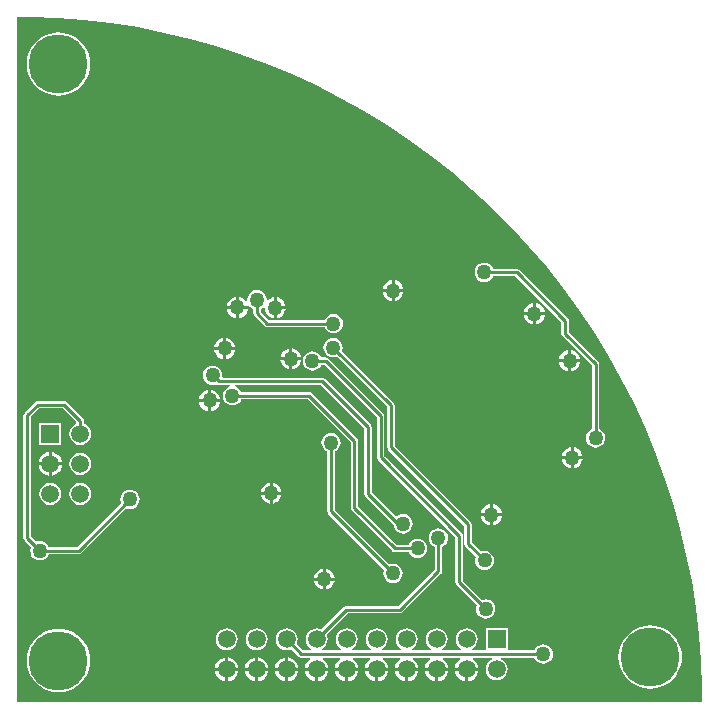
<source format=gbl>
%FSLAX24Y24*%
%MOIN*%
%SFA1B1*%

%IPPOS*%
%ADD20C,0.010000*%
%ADD22C,0.059100*%
%ADD23R,0.059100X0.059100*%
%ADD24R,0.059100X0.059100*%
%ADD25C,0.196900*%
%ADD26C,0.050000*%
%LNapdet-1*%
%LPD*%
G36*
X1345Y22799D02*
X2239Y22729D01*
X3129Y22624*
X4015Y22483*
X4895Y22308*
X5767Y22099*
X6630Y21856*
X7483Y21578*
X8324Y21268*
X9153Y20925*
X9967Y20549*
X10766Y20142*
X11549Y19704*
X12313Y19235*
X13059Y18737*
X13785Y18210*
X14489Y17655*
X15171Y17072*
X15829Y16464*
X16464Y15829*
X17072Y15171*
X17655Y14489*
X18210Y13785*
X18737Y13059*
X19235Y12313*
X19704Y11549*
X20142Y10766*
X20549Y9967*
X20925Y9153*
X21268Y8324*
X21578Y7483*
X21856Y6630*
X22099Y5767*
X22308Y4895*
X22483Y4015*
X22624Y3129*
X22729Y2239*
X22799Y1345*
X22835Y448*
Y0*
X0*
Y22835*
X448*
X1345Y22799*
G37*
%LNapdet-2*%
%LPC*%
G36*
X9843Y11681D02*
X9759Y11670D01*
X9681Y11638*
X9614Y11586*
X9563Y11520*
X9531Y11442*
X9520Y11358*
X9531Y11275*
X9563Y11197*
X9614Y11130*
X9681Y11079*
X9759Y11047*
X9843Y11036*
X9926Y11047*
X10004Y11079*
X10071Y11130*
X10122Y11197*
X10138Y11236*
X10245*
X11994Y9487*
Y8159*
X12003Y8113*
X12030Y8073*
X14612Y5491*
Y3986*
X14621Y3939*
X14648Y3900*
X15324Y3223*
X15308Y3184*
X15297Y3100*
X15308Y3017*
X15341Y2939*
X15392Y2872*
X15459Y2821*
X15537Y2789*
X15620Y2778*
X15704Y2789*
X15781Y2821*
X15848Y2872*
X15900Y2939*
X15932Y3017*
X15943Y3100*
X15932Y3184*
X15900Y3262*
X15848Y3329*
X15781Y3380*
X15704Y3412*
X15620Y3423*
X15537Y3412*
X15498Y3396*
X14857Y4037*
Y5541*
X14847Y5588*
X14821Y5628*
X12238Y8210*
Y9537*
X12229Y9584*
X12203Y9624*
X10382Y11445*
X10342Y11471*
X10295Y11481*
X10138*
X10122Y11520*
X10071Y11586*
X10004Y11638*
X9926Y11670*
X9843Y11681*
G37*
G36*
X14035Y5785D02*
X13952Y5774D01*
X13874Y5742*
X13807Y5691*
X13756Y5624*
X13724Y5546*
X13713Y5463*
X13724Y5379*
X13756Y5301*
X13807Y5234*
X13874Y5183*
X13913Y5167*
Y4401*
X12705Y3193*
X10969*
X10922Y3184*
X10882Y3157*
X10141Y2417*
X10080Y2442*
X9984Y2455*
X9889Y2442*
X9800Y2406*
X9724Y2347*
X9665Y2271*
X9628Y2182*
X9616Y2087*
X9628Y1991*
X9665Y1902*
X9724Y1826*
X9800Y1768*
X9802Y1767*
X9792Y1717*
X9527*
X9315Y1929*
X9340Y1991*
X9353Y2087*
X9340Y2182*
X9303Y2271*
X9245Y2347*
X9168Y2406*
X9080Y2442*
X8984Y2455*
X8889Y2442*
X8800Y2406*
X8724Y2347*
X8665Y2271*
X8628Y2182*
X8616Y2087*
X8628Y1991*
X8665Y1902*
X8724Y1826*
X8800Y1768*
X8889Y1731*
X8984Y1718*
X9080Y1731*
X9141Y1756*
X9390Y1508*
X9430Y1481*
X9476Y1472*
X9757*
X9772Y1422*
X9702Y1369*
X9639Y1286*
X9599Y1190*
X9592Y1137*
X9984*
X10376*
X10369Y1190*
X10330Y1286*
X10266Y1369*
X10196Y1422*
X10212Y1472*
X10757*
X10772Y1422*
X10702Y1369*
X10639Y1286*
X10599Y1190*
X10592Y1137*
X10984*
X11376*
X11369Y1190*
X11330Y1286*
X11266Y1369*
X11196Y1422*
X11212Y1472*
X11757*
X11772Y1422*
X11702Y1369*
X11639Y1286*
X11599Y1190*
X11592Y1137*
X11984*
X12376*
X12369Y1190*
X12330Y1286*
X12266Y1369*
X12196Y1422*
X12212Y1472*
X12757*
X12772Y1422*
X12702Y1369*
X12639Y1286*
X12599Y1190*
X12592Y1137*
X12984*
X13376*
X13369Y1190*
X13330Y1286*
X13266Y1369*
X13196Y1422*
X13212Y1472*
X13757*
X13772Y1422*
X13702Y1369*
X13639Y1286*
X13599Y1190*
X13592Y1137*
X13984*
Y1087*
Y1137*
X14376*
X14369Y1190*
X14330Y1286*
X14266Y1369*
X14196Y1422*
X14212Y1472*
X14757*
X14772Y1422*
X14702Y1369*
X14639Y1286*
X14599Y1190*
X14592Y1137*
X14984*
Y1087*
Y1137*
X15376*
X15369Y1190*
X15330Y1286*
X15266Y1369*
X15196Y1422*
X15212Y1472*
X15830*
X15840Y1422*
X15800Y1406*
X15724Y1347*
X15665Y1271*
X15628Y1182*
X15616Y1087*
X15628Y991*
X15665Y902*
X15724Y826*
X15800Y768*
X15889Y731*
X15984Y718*
X16080Y731*
X16168Y768*
X16245Y826*
X16303Y902*
X16340Y991*
X16353Y1087*
X16340Y1182*
X16303Y1271*
X16245Y1347*
X16168Y1406*
X16129Y1422*
X16139Y1472*
X17244*
X17260Y1433*
X17311Y1366*
X17378Y1315*
X17456Y1283*
X17539Y1272*
X17623Y1283*
X17701Y1315*
X17768Y1366*
X17819Y1433*
X17851Y1511*
X17862Y1594*
X17851Y1678*
X17819Y1756*
X17768Y1823*
X17701Y1874*
X17623Y1906*
X17539Y1917*
X17456Y1906*
X17378Y1874*
X17311Y1823*
X17260Y1756*
X17244Y1717*
X16398*
X16350Y1721*
Y1767*
Y2452*
X15619*
Y1721*
X15571Y1717*
X15177*
X15167Y1767*
X15168Y1768*
X15245Y1826*
X15303Y1902*
X15340Y1991*
X15353Y2087*
X15340Y2182*
X15303Y2271*
X15245Y2347*
X15168Y2406*
X15080Y2442*
X14984Y2455*
X14889Y2442*
X14800Y2406*
X14724Y2347*
X14665Y2271*
X14628Y2182*
X14616Y2087*
X14628Y1991*
X14665Y1902*
X14724Y1826*
X14800Y1768*
X14802Y1767*
X14792Y1717*
X14177*
X14167Y1767*
X14168Y1768*
X14245Y1826*
X14303Y1902*
X14340Y1991*
X14353Y2087*
X14340Y2182*
X14303Y2271*
X14245Y2347*
X14168Y2406*
X14080Y2442*
X13984Y2455*
X13889Y2442*
X13800Y2406*
X13724Y2347*
X13665Y2271*
X13628Y2182*
X13616Y2087*
X13628Y1991*
X13665Y1902*
X13724Y1826*
X13800Y1768*
X13802Y1767*
X13792Y1717*
X13177*
X13167Y1767*
X13168Y1768*
X13245Y1826*
X13303Y1902*
X13340Y1991*
X13353Y2087*
X13340Y2182*
X13303Y2271*
X13245Y2347*
X13168Y2406*
X13080Y2442*
X12984Y2455*
X12889Y2442*
X12800Y2406*
X12724Y2347*
X12665Y2271*
X12628Y2182*
X12616Y2087*
X12628Y1991*
X12665Y1902*
X12724Y1826*
X12800Y1768*
X12802Y1767*
X12792Y1717*
X12177*
X12167Y1767*
X12168Y1768*
X12245Y1826*
X12303Y1902*
X12340Y1991*
X12353Y2087*
X12340Y2182*
X12303Y2271*
X12245Y2347*
X12168Y2406*
X12080Y2442*
X11984Y2455*
X11889Y2442*
X11800Y2406*
X11724Y2347*
X11665Y2271*
X11628Y2182*
X11616Y2087*
X11628Y1991*
X11665Y1902*
X11724Y1826*
X11800Y1768*
X11802Y1767*
X11792Y1717*
X11177*
X11167Y1767*
X11168Y1768*
X11245Y1826*
X11303Y1902*
X11340Y1991*
X11353Y2087*
X11340Y2182*
X11303Y2271*
X11245Y2347*
X11168Y2406*
X11080Y2442*
X10984Y2455*
X10889Y2442*
X10800Y2406*
X10724Y2347*
X10665Y2271*
X10628Y2182*
X10616Y2087*
X10628Y1991*
X10665Y1902*
X10724Y1826*
X10800Y1768*
X10802Y1767*
X10792Y1717*
X10177*
X10167Y1767*
X10168Y1768*
X10245Y1826*
X10303Y1902*
X10340Y1991*
X10353Y2087*
X10340Y2182*
X10315Y2244*
X11019Y2949*
X12756*
X12803Y2958*
X12842Y2984*
X14122Y4264*
X14148Y4304*
X14158Y4350*
Y5167*
X14197Y5183*
X14264Y5234*
X14315Y5301*
X14347Y5379*
X14358Y5463*
X14347Y5546*
X14315Y5624*
X14264Y5691*
X14197Y5742*
X14119Y5774*
X14035Y5785*
G37*
G36*
X10186Y4044D02*
X9890D01*
X9895Y4003*
X9930Y3918*
X9987Y3845*
X10060Y3789*
X10145Y3753*
X10186Y3748*
Y4044*
G37*
G36*
X10463Y8964D02*
X10379Y8953D01*
X10301Y8921*
X10234Y8870*
X10183Y8803*
X10151Y8725*
X10140Y8642*
X10151Y8558*
X10183Y8480*
X10234Y8414*
X10301Y8362*
X10340Y8346*
Y6348*
X10350Y6302*
X10376Y6262*
X12234Y4404*
X12218Y4365*
X12207Y4281*
X12218Y4198*
X12250Y4120*
X12301Y4053*
X12368Y4002*
X12446Y3970*
X12530Y3959*
X12613Y3970*
X12691Y4002*
X12758Y4053*
X12809Y4120*
X12841Y4198*
X12852Y4281*
X12841Y4365*
X12809Y4443*
X12758Y4510*
X12691Y4561*
X12613Y4593*
X12530Y4604*
X12446Y4593*
X12407Y4577*
X10585Y6399*
Y8346*
X10624Y8362*
X10691Y8414*
X10742Y8480*
X10774Y8558*
X10785Y8642*
X10774Y8725*
X10742Y8803*
X10691Y8870*
X10624Y8921*
X10546Y8953*
X10463Y8964*
G37*
G36*
X10583Y4044D02*
X10286D01*
Y3748*
X10328Y3753*
X10413Y3789*
X10486Y3845*
X10542Y3918*
X10577Y4003*
X10583Y4044*
G37*
G36*
X7984Y2455D02*
X7889Y2442D01*
X7800Y2406*
X7724Y2347*
X7665Y2271*
X7628Y2182*
X7616Y2087*
X7628Y1991*
X7665Y1902*
X7724Y1826*
X7800Y1768*
X7889Y1731*
X7984Y1718*
X8080Y1731*
X8168Y1768*
X8245Y1826*
X8303Y1902*
X8340Y1991*
X8353Y2087*
X8340Y2182*
X8303Y2271*
X8245Y2347*
X8168Y2406*
X8080Y2442*
X7984Y2455*
G37*
G36*
X7034Y1479D02*
Y1137D01*
X7376*
X7369Y1190*
X7330Y1286*
X7266Y1369*
X7184Y1432*
X7087Y1472*
X7034Y1479*
G37*
G36*
X8934D02*
X8881Y1472D01*
X8785Y1432*
X8702Y1369*
X8639Y1286*
X8599Y1190*
X8592Y1137*
X8934*
Y1479*
G37*
G36*
X8034D02*
Y1137D01*
X8376*
X8369Y1190*
X8330Y1286*
X8266Y1369*
X8184Y1432*
X8087Y1472*
X8034Y1479*
G37*
G36*
X6984Y2455D02*
X6889Y2442D01*
X6800Y2406*
X6724Y2347*
X6665Y2271*
X6628Y2182*
X6616Y2087*
X6628Y1991*
X6665Y1902*
X6724Y1826*
X6800Y1768*
X6889Y1731*
X6984Y1718*
X7080Y1731*
X7168Y1768*
X7245Y1826*
X7303Y1902*
X7340Y1991*
X7353Y2087*
X7340Y2182*
X7303Y2271*
X7245Y2347*
X7168Y2406*
X7080Y2442*
X6984Y2455*
G37*
G36*
X9034Y1479D02*
Y1137D01*
X9376*
X9369Y1190*
X9330Y1286*
X9266Y1369*
X9184Y1432*
X9087Y1472*
X9034Y1479*
G37*
G36*
X15857Y6587D02*
Y6290D01*
X16154*
X16148Y6332*
X16113Y6417*
X16057Y6490*
X15984Y6546*
X15898Y6581*
X15857Y6587*
G37*
G36*
X15757D02*
X15716Y6581D01*
X15631Y6546*
X15557Y6490*
X15501Y6417*
X15466Y6332*
X15461Y6290*
X15757*
Y6587*
G37*
G36*
X1106Y7301D02*
X1011Y7289D01*
X922Y7252*
X846Y7194*
X787Y7117*
X750Y7028*
X738Y6933*
X750Y6838*
X787Y6749*
X846Y6673*
X922Y6614*
X1011Y6577*
X1106Y6565*
X1202Y6577*
X1291Y6614*
X1367Y6673*
X1425Y6749*
X1462Y6838*
X1475Y6933*
X1462Y7028*
X1425Y7117*
X1367Y7194*
X1291Y7252*
X1202Y7289*
X1106Y7301*
G37*
G36*
X8415Y6909D02*
X8118D01*
X8124Y6867*
X8159Y6782*
X8215Y6709*
X8288Y6653*
X8373Y6618*
X8415Y6612*
Y6909*
G37*
G36*
X2106Y7301D02*
X2011Y7289D01*
X1922Y7252*
X1846Y7194*
X1787Y7117*
X1750Y7028*
X1738Y6933*
X1750Y6838*
X1787Y6749*
X1846Y6673*
X1922Y6614*
X2011Y6577*
X2106Y6565*
X2202Y6577*
X2291Y6614*
X2367Y6673*
X2425Y6749*
X2462Y6838*
X2475Y6933*
X2462Y7028*
X2425Y7117*
X2367Y7194*
X2291Y7252*
X2202Y7289*
X2106Y7301*
G37*
G36*
X16154Y6190D02*
X15857D01*
Y5894*
X15898Y5899*
X15984Y5934*
X16057Y5991*
X16113Y6064*
X16148Y6149*
X16154Y6190*
G37*
G36*
X10286Y4441D02*
Y4144D01*
X10583*
X10577Y4186*
X10542Y4271*
X10486Y4344*
X10413Y4400*
X10328Y4435*
X10286Y4441*
G37*
G36*
X10186D02*
X10145Y4435D01*
X10060Y4400*
X9987Y4344*
X9930Y4271*
X9895Y4186*
X9890Y4144*
X10186*
Y4441*
G37*
G36*
X10532Y12134D02*
X10448Y12123D01*
X10370Y12091*
X10303Y12039*
X10252Y11972*
X10220Y11895*
X10209Y11811*
X10220Y11727*
X10252Y11650*
X10303Y11583*
X10370Y11531*
X10448Y11499*
X10532Y11488*
X10615Y11499*
X10654Y11515*
X12338Y9831*
Y8484*
X12348Y8437*
X12374Y8398*
X14907Y5865*
Y5266*
X14916Y5219*
X14943Y5179*
X15285Y4837*
X15269Y4798*
X15258Y4715*
X15269Y4631*
X15301Y4553*
X15352Y4486*
X15419Y4435*
X15497Y4403*
X15581Y4392*
X15664Y4403*
X15742Y4435*
X15809Y4486*
X15860Y4553*
X15892Y4631*
X15903Y4715*
X15892Y4798*
X15860Y4876*
X15809Y4943*
X15742Y4994*
X15664Y5026*
X15581Y5037*
X15497Y5026*
X15458Y5010*
X15152Y5316*
Y5915*
X15143Y5962*
X15116Y6002*
X12583Y8535*
Y9882*
X12574Y9929*
X12547Y9968*
X10827Y11688*
X10843Y11727*
X10854Y11811*
X10843Y11895*
X10811Y11972*
X10760Y12039*
X10693Y12091*
X10615Y12123*
X10532Y12134*
G37*
G36*
X15757Y6190D02*
X15461D01*
X15466Y6149*
X15501Y6064*
X15557Y5991*
X15631Y5934*
X15716Y5899*
X15757Y5894*
Y6190*
G37*
G36*
X6516Y11209D02*
X6432Y11198D01*
X6354Y11165*
X6288Y11114*
X6236Y11047*
X6204Y10969*
X6193Y10886*
X6204Y10802*
X6236Y10724*
X6288Y10658*
X6354Y10606*
X6432Y10574*
X6516Y10563*
X6599Y10574*
X6642Y10592*
X6666Y10576*
X6713Y10567*
X7083*
X7092Y10518*
X7014Y10486*
X6947Y10435*
X6896Y10368*
X6863Y10290*
X6852Y10207*
X6863Y10123*
X6896Y10045*
X6947Y9978*
X7014Y9927*
X7092Y9895*
X7175Y9884*
X7259Y9895*
X7337Y9927*
X7403Y9978*
X7455Y10045*
X7471Y10084*
X9693*
X11118Y8660*
Y6467*
X11127Y6420*
X11154Y6380*
X12502Y5032*
X12542Y5005*
X12589Y4996*
X13051*
X13067Y4957*
X13118Y4890*
X13185Y4839*
X13263Y4806*
X13346Y4795*
X13430Y4806*
X13508Y4839*
X13575Y4890*
X13626Y4957*
X13658Y5035*
X13669Y5118*
X13658Y5202*
X13626Y5279*
X13575Y5346*
X13508Y5398*
X13430Y5430*
X13346Y5441*
X13263Y5430*
X13185Y5398*
X13118Y5346*
X13067Y5279*
X13051Y5240*
X12639*
X11363Y6517*
Y8711*
X11353Y8757*
X11327Y8797*
X9831Y10293*
X9791Y10320*
X9744Y10329*
X7471*
X7455Y10368*
X7403Y10435*
X7337Y10486*
X7259Y10518*
X7268Y10567*
X10117*
X11571Y9113*
Y6939*
X11580Y6892*
X11606Y6852*
X12544Y5915*
X12552Y5852*
X12585Y5774*
X12636Y5707*
X12703Y5656*
X12781Y5623*
X12864Y5612*
X12948Y5623*
X13026Y5656*
X13092Y5707*
X13144Y5774*
X13176Y5852*
X13187Y5935*
X13176Y6019*
X13144Y6096*
X13092Y6163*
X13026Y6215*
X12948Y6247*
X12864Y6258*
X12781Y6247*
X12703Y6215*
X12639Y6166*
X11815Y6990*
Y9163*
X11806Y9210*
X11779Y9250*
X10254Y10775*
X10214Y10802*
X10167Y10811*
X6867*
X6834Y10849*
X6839Y10886*
X6828Y10969*
X6795Y11047*
X6744Y11114*
X6677Y11165*
X6599Y11198*
X6516Y11209*
G37*
G36*
X11934Y1037D02*
X11592D01*
X11599Y983*
X11639Y887*
X11702Y805*
X11785Y741*
X11881Y702*
X11934Y695*
Y1037*
G37*
G36*
X10934D02*
X10592D01*
X10599Y983*
X10639Y887*
X10702Y805*
X10785Y741*
X10881Y702*
X10934Y695*
Y1037*
G37*
G36*
X12934D02*
X12592D01*
X12599Y983*
X12639Y887*
X12702Y805*
X12785Y741*
X12881Y702*
X12934Y695*
Y1037*
G37*
G36*
X14934D02*
X14592D01*
X14599Y983*
X14639Y887*
X14702Y805*
X14785Y741*
X14881Y702*
X14934Y695*
Y1037*
G37*
G36*
X13934D02*
X13592D01*
X13599Y983*
X13639Y887*
X13702Y805*
X13785Y741*
X13881Y702*
X13934Y695*
Y1037*
G37*
G36*
X9934D02*
X9592D01*
X9599Y983*
X9639Y887*
X9702Y805*
X9785Y741*
X9881Y702*
X9934Y695*
Y1037*
G37*
G36*
X21102Y2554D02*
X20937Y2541D01*
X20776Y2502*
X20622Y2438*
X20481Y2352*
X20355Y2244*
X20247Y2118*
X20160Y1976*
X20097Y1823*
X20058Y1661*
X20045Y1496*
X20058Y1331*
X20097Y1169*
X20160Y1016*
X20247Y874*
X20355Y748*
X20481Y641*
X20622Y554*
X20776Y490*
X20937Y452*
X21102Y439*
X21268Y452*
X21429Y490*
X21582Y554*
X21724Y641*
X21850Y748*
X21958Y874*
X22045Y1016*
X22108Y1169*
X22147Y1331*
X22160Y1496*
X22147Y1661*
X22108Y1823*
X22045Y1976*
X21958Y2118*
X21850Y2244*
X21724Y2352*
X21582Y2438*
X21429Y2502*
X21268Y2541*
X21102Y2554*
G37*
G36*
X1378Y2435D02*
X1213Y2422D01*
X1051Y2384*
X898Y2320*
X756Y2234*
X630Y2126*
X522Y2000*
X436Y1858*
X372Y1705*
X333Y1543*
X320Y1378*
X333Y1213*
X372Y1051*
X436Y898*
X522Y756*
X630Y630*
X756Y522*
X898Y436*
X1051Y372*
X1213Y333*
X1378Y320*
X1543Y333*
X1705Y372*
X1858Y436*
X2000Y522*
X2126Y630*
X2234Y756*
X2320Y898*
X2384Y1051*
X2422Y1213*
X2435Y1378*
X2422Y1543*
X2384Y1705*
X2320Y1858*
X2234Y2000*
X2126Y2126*
X2000Y2234*
X1858Y2320*
X1705Y2384*
X1543Y2422*
X1378Y2435*
G37*
G36*
X6934Y1037D02*
X6592D01*
X6599Y983*
X6639Y887*
X6702Y805*
X6785Y741*
X6881Y702*
X6934Y695*
Y1037*
G37*
G36*
X8934D02*
X8592D01*
X8599Y983*
X8639Y887*
X8702Y805*
X8785Y741*
X8881Y702*
X8934Y695*
Y1037*
G37*
G36*
X7934D02*
X7592D01*
X7599Y983*
X7639Y887*
X7702Y805*
X7785Y741*
X7881Y702*
X7934Y695*
Y1037*
G37*
G36*
X14376D02*
X14034D01*
Y695*
X14087Y702*
X14184Y741*
X14266Y805*
X14330Y887*
X14369Y983*
X14376Y1037*
G37*
G36*
X13376D02*
X13034D01*
Y695*
X13087Y702*
X13184Y741*
X13266Y805*
X13330Y887*
X13369Y983*
X13376Y1037*
G37*
G36*
X15376D02*
X15034D01*
Y695*
X15087Y702*
X15184Y741*
X15266Y805*
X15330Y887*
X15369Y983*
X15376Y1037*
G37*
G36*
X7934Y1479D02*
X7881Y1472D01*
X7785Y1432*
X7702Y1369*
X7639Y1286*
X7599Y1190*
X7592Y1137*
X7934*
Y1479*
G37*
G36*
X6934D02*
X6881Y1472D01*
X6785Y1432*
X6702Y1369*
X6639Y1286*
X6599Y1190*
X6592Y1137*
X6934*
Y1479*
G37*
G36*
X12376Y1037D02*
X12034D01*
Y695*
X12087Y702*
X12184Y741*
X12266Y805*
X12330Y887*
X12369Y983*
X12376Y1037*
G37*
G36*
X8376D02*
X8034D01*
Y695*
X8087Y702*
X8184Y741*
X8266Y805*
X8330Y887*
X8369Y983*
X8376Y1037*
G37*
G36*
X7376D02*
X7034D01*
Y695*
X7087Y702*
X7184Y741*
X7266Y805*
X7330Y887*
X7369Y983*
X7376Y1037*
G37*
G36*
X9376D02*
X9034D01*
Y695*
X9087Y702*
X9184Y741*
X9266Y805*
X9330Y887*
X9369Y983*
X9376Y1037*
G37*
G36*
X11376D02*
X11034D01*
Y695*
X11087Y702*
X11184Y741*
X11266Y805*
X11330Y887*
X11369Y983*
X11376Y1037*
G37*
G36*
X10376D02*
X10034D01*
Y695*
X10087Y702*
X10184Y741*
X10266Y805*
X10330Y887*
X10369Y983*
X10376Y1037*
G37*
G36*
X8811Y6909D02*
X8515D01*
Y6612*
X8556Y6618*
X8641Y6653*
X8714Y6709*
X8770Y6782*
X8806Y6867*
X8811Y6909*
G37*
G36*
X17194Y12893D02*
X16898D01*
X16903Y12852*
X16938Y12766*
X16994Y12693*
X17068Y12637*
X17153Y12602*
X17194Y12596*
Y12893*
G37*
G36*
X6969Y12128D02*
Y11832D01*
X7266*
X7260Y11873*
X7225Y11958*
X7169Y12031*
X7096Y12087*
X7011Y12122*
X6969Y12128*
G37*
G36*
X17591Y12893D02*
X17294D01*
Y12596*
X17335Y12602*
X17421Y12637*
X17494Y12693*
X17550Y12766*
X17585Y12852*
X17591Y12893*
G37*
G36*
X7293Y13100D02*
X6996D01*
X7002Y13058*
X7037Y12973*
X7093Y12900*
X7166Y12844*
X7251Y12809*
X7293Y12803*
Y13100*
G37*
G36*
X8949Y13090D02*
X8652D01*
Y12793*
X8694Y12799*
X8779Y12834*
X8852Y12890*
X8908Y12963*
X8943Y13048*
X8949Y13090*
G37*
G36*
X6869Y12128D02*
X6828Y12122D01*
X6743Y12087*
X6670Y12031*
X6614Y11958*
X6578Y11873*
X6573Y11832*
X6869*
Y12128*
G37*
G36*
Y11731D02*
X6573D01*
X6578Y11690*
X6614Y11605*
X6670Y11532*
X6743Y11476*
X6828Y11441*
X6869Y11435*
Y11731*
G37*
G36*
X18465Y11724D02*
Y11428D01*
X18762*
X18756Y11469*
X18721Y11554*
X18665Y11628*
X18592Y11684*
X18507Y11719*
X18465Y11724*
G37*
G36*
X7266Y11731D02*
X6969D01*
Y11435*
X7011Y11441*
X7096Y11476*
X7169Y11532*
X7225Y11605*
X7260Y11690*
X7266Y11731*
G37*
G36*
X9174Y11783D02*
Y11487D01*
X9470*
X9465Y11528*
X9430Y11614*
X9374Y11687*
X9301Y11743*
X9215Y11778*
X9174Y11783*
G37*
G36*
X9074D02*
X9033Y11778D01*
X8948Y11743*
X8874Y11687*
X8818Y11614*
X8783Y11528*
X8778Y11487*
X9074*
Y11783*
G37*
G36*
X12876Y13661D02*
X12580D01*
Y13364*
X12621Y13370*
X12706Y13405*
X12779Y13461*
X12835Y13534*
X12871Y13619*
X12876Y13661*
G37*
G36*
X12480D02*
X12183D01*
X12189Y13619*
X12224Y13534*
X12280Y13461*
X12353Y13405*
X12438Y13370*
X12480Y13364*
Y13661*
G37*
G36*
Y14057D02*
X12438Y14052D01*
X12353Y14016*
X12280Y13960*
X12224Y13887*
X12189Y13802*
X12183Y13761*
X12480*
Y14057*
G37*
G36*
X1378Y22317D02*
X1213Y22304D01*
X1051Y22266*
X898Y22202*
X756Y22115*
X630Y22008*
X522Y21881*
X436Y21740*
X372Y21587*
X333Y21425*
X320Y21260*
X333Y21094*
X372Y20933*
X436Y20780*
X522Y20638*
X630Y20512*
X756Y20404*
X898Y20318*
X1051Y20254*
X1213Y20215*
X1378Y20202*
X1543Y20215*
X1705Y20254*
X1858Y20318*
X2000Y20404*
X2126Y20512*
X2234Y20638*
X2320Y20780*
X2384Y20933*
X2422Y21094*
X2435Y21260*
X2422Y21425*
X2384Y21587*
X2320Y21740*
X2234Y21881*
X2126Y22008*
X2000Y22115*
X1858Y22202*
X1705Y22266*
X1543Y22304*
X1378Y22317*
G37*
G36*
X12580Y14057D02*
Y13761D01*
X12876*
X12871Y13802*
X12835Y13887*
X12779Y13960*
X12706Y14016*
X12621Y14052*
X12580Y14057*
G37*
G36*
X7992Y13728D02*
X7909Y13717D01*
X7831Y13685*
X7764Y13634*
X7713Y13567*
X7680Y13489*
X7669Y13406*
X7673Y13376*
X7625Y13356*
X7592Y13399*
X7519Y13455*
X7434Y13491*
X7393Y13496*
Y13200*
X7710*
X7738Y13211*
X7764Y13177*
X7831Y13126*
X7870Y13110*
Y12953*
X7879Y12906*
X7906Y12866*
X8250Y12522*
X8290Y12495*
X8337Y12486*
X10246*
X10262Y12447*
X10313Y12380*
X10380Y12329*
X10458Y12297*
X10541Y12286*
X10625Y12297*
X10703Y12329*
X10770Y12380*
X10821Y12447*
X10853Y12525*
X10864Y12608*
X10853Y12692*
X10821Y12770*
X10770Y12836*
X10703Y12888*
X10625Y12920*
X10541Y12931*
X10458Y12920*
X10380Y12888*
X10313Y12836*
X10262Y12770*
X10246Y12731*
X8387*
X8114Y13003*
Y13110*
X8154Y13126*
X8202Y13163*
X8240Y13144*
X8250Y13137*
X8261Y13048*
X8297Y12963*
X8353Y12890*
X8426Y12834*
X8511Y12799*
X8552Y12793*
Y13140*
Y13486*
X8511Y13481*
X8426Y13445*
X8364Y13398*
X8345Y13401*
X8328Y13408*
X8313Y13420*
X8304Y13489*
X8272Y13567*
X8220Y13634*
X8154Y13685*
X8076Y13717*
X7992Y13728*
G37*
G36*
X17194Y13289D02*
X17153Y13284D01*
X17068Y13249*
X16994Y13193*
X16938Y13119*
X16903Y13034*
X16898Y12993*
X17194*
Y13289*
G37*
G36*
X7689Y13100D02*
X7393D01*
Y12803*
X7434Y12809*
X7519Y12844*
X7592Y12900*
X7648Y12973*
X7684Y13058*
X7689Y13100*
G37*
G36*
X17294Y13289D02*
Y12993D01*
X17591*
X17585Y13034*
X17550Y13119*
X17494Y13193*
X17421Y13249*
X17335Y13284*
X17294Y13289*
G37*
G36*
X7293Y13496D02*
X7251Y13491D01*
X7166Y13455*
X7093Y13399*
X7037Y13326*
X7002Y13241*
X6996Y13200*
X7293*
Y13496*
G37*
G36*
X8652Y13486D02*
Y13190D01*
X8949*
X8943Y13231*
X8908Y13316*
X8852Y13389*
X8779Y13445*
X8694Y13481*
X8652Y13486*
G37*
G36*
X18365Y11724D02*
X18324Y11719D01*
X18239Y11684*
X18166Y11628*
X18110Y11554*
X18074Y11469*
X18069Y11428*
X18365*
Y11724*
G37*
G36*
X1056Y8325D02*
X1003Y8318D01*
X907Y8278*
X824Y8215*
X761Y8132*
X721Y8036*
X714Y7983*
X1056*
Y8325*
G37*
G36*
X18850Y8090D02*
X18554D01*
Y7793*
X18595Y7799*
X18680Y7834*
X18754Y7890*
X18810Y7963*
X18845Y8048*
X18850Y8090*
G37*
G36*
X1156Y8325D02*
Y7983D01*
X1498*
X1491Y8036*
X1452Y8132*
X1388Y8215*
X1306Y8278*
X1209Y8318*
X1156Y8325*
G37*
G36*
X18554Y8486D02*
Y8190D01*
X18850*
X18845Y8231*
X18810Y8316*
X18754Y8389*
X18680Y8445*
X18595Y8481*
X18554Y8486*
G37*
G36*
X18454D02*
X18413Y8481D01*
X18327Y8445*
X18254Y8389*
X18198Y8316*
X18163Y8231*
X18158Y8190*
X18454*
Y8486*
G37*
G36*
Y8090D02*
X18158D01*
X18163Y8048*
X18198Y7963*
X18254Y7890*
X18327Y7834*
X18413Y7799*
X18454Y7793*
Y8090*
G37*
G36*
X8515Y7305D02*
Y7009D01*
X8811*
X8806Y7050*
X8770Y7135*
X8714Y7208*
X8641Y7264*
X8556Y7300*
X8515Y7305*
G37*
G36*
X8415D02*
X8373Y7300D01*
X8288Y7264*
X8215Y7208*
X8159Y7135*
X8124Y7050*
X8118Y7009*
X8415*
Y7305*
G37*
G36*
X1056Y7883D02*
X714D01*
X721Y7830*
X761Y7734*
X824Y7651*
X907Y7588*
X1003Y7548*
X1056Y7541*
Y7883*
G37*
G36*
X2106Y8302D02*
X2011Y8289D01*
X1922Y8252*
X1846Y8194*
X1787Y8117*
X1750Y8028*
X1738Y7933*
X1750Y7838*
X1787Y7749*
X1846Y7673*
X1922Y7614*
X2011Y7577*
X2106Y7565*
X2202Y7577*
X2291Y7614*
X2367Y7673*
X2425Y7749*
X2462Y7838*
X2475Y7933*
X2462Y8028*
X2425Y8117*
X2367Y8194*
X2291Y8252*
X2202Y8289*
X2106Y8302*
G37*
G36*
X1498Y7883D02*
X1156D01*
Y7541*
X1209Y7548*
X1306Y7588*
X1388Y7651*
X1452Y7734*
X1491Y7830*
X1498Y7883*
G37*
G36*
X18365Y11328D02*
X18069D01*
X18074Y11287*
X18110Y11201*
X18166Y11128*
X18239Y11072*
X18324Y11037*
X18365Y11032*
Y11328*
G37*
G36*
X6467Y10396D02*
Y10099D01*
X6764*
X6758Y10141*
X6723Y10226*
X6667Y10299*
X6594Y10355*
X6509Y10390*
X6467Y10396*
G37*
G36*
X18762Y11328D02*
X18465D01*
Y11032*
X18507Y11037*
X18592Y11072*
X18665Y11128*
X18721Y11201*
X18756Y11287*
X18762Y11328*
G37*
G36*
X9470Y11387D02*
X9174D01*
Y11091*
X9215Y11096*
X9301Y11131*
X9374Y11187*
X9430Y11260*
X9465Y11346*
X9470Y11387*
G37*
G36*
X9074D02*
X8778D01*
X8783Y11346*
X8818Y11260*
X8874Y11187*
X8948Y11131*
X9033Y11096*
X9074Y11091*
Y11387*
G37*
G36*
X6367Y10396D02*
X6326Y10390D01*
X6241Y10355*
X6168Y10299*
X6112Y10226*
X6076Y10141*
X6071Y10099*
X6367*
Y10396*
G37*
G36*
X1565Y10024D02*
X679D01*
X632Y10015*
X593Y9988*
X248Y9644*
X222Y9604*
X212Y9557*
Y5463*
X222Y5416*
X248Y5376*
X462Y5162*
X446Y5123*
X435Y5039*
X446Y4956*
X478Y4878*
X530Y4811*
X597Y4760*
X674Y4728*
X758Y4717*
X841Y4728*
X919Y4760*
X986Y4811*
X1037Y4878*
X1054Y4917*
X2047*
X2094Y4926*
X2134Y4953*
X3637Y6456*
X3676Y6440*
X3760Y6429*
X3843Y6440*
X3921Y6472*
X3988Y6524*
X4039Y6591*
X4072Y6668*
X4083Y6752*
X4072Y6836*
X4039Y6913*
X3988Y6980*
X3921Y7031*
X3843Y7064*
X3760Y7075*
X3676Y7064*
X3598Y7031*
X3532Y6980*
X3480Y6913*
X3448Y6836*
X3437Y6752*
X3448Y6668*
X3464Y6629*
X1997Y5162*
X1054*
X1037Y5201*
X986Y5268*
X919Y5319*
X841Y5351*
X758Y5362*
X674Y5351*
X635Y5335*
X457Y5513*
Y9506*
X730Y9779*
X1514*
X1970Y9324*
X1962Y9269*
X1922Y9252*
X1846Y9194*
X1787Y9117*
X1750Y9028*
X1738Y8933*
X1750Y8838*
X1787Y8749*
X1846Y8673*
X1922Y8614*
X2011Y8577*
X2106Y8565*
X2202Y8577*
X2291Y8614*
X2367Y8673*
X2425Y8749*
X2462Y8838*
X2475Y8933*
X2462Y9028*
X2425Y9117*
X2367Y9194*
X2291Y9252*
X2229Y9278*
Y9360*
X2219Y9407*
X2193Y9447*
X1651Y9988*
X1612Y10015*
X1565Y10024*
G37*
G36*
X15571Y14644D02*
X15487Y14633D01*
X15409Y14600*
X15343Y14549*
X15291Y14482*
X15259Y14404*
X15248Y14321*
X15259Y14237*
X15291Y14159*
X15343Y14093*
X15409Y14041*
X15487Y14009*
X15571Y13998*
X15654Y14009*
X15732Y14041*
X15799Y14093*
X15850Y14159*
X15867Y14199*
X16603*
X18145Y12656*
Y12274*
X18155Y12227*
X18181Y12187*
X19159Y11209*
Y9095*
X19120Y9079*
X19053Y9027*
X19002Y8961*
X18970Y8883*
X18959Y8799*
X18970Y8716*
X19002Y8638*
X19053Y8571*
X19120Y8520*
X19198Y8487*
X19282Y8476*
X19365Y8487*
X19443Y8520*
X19510Y8571*
X19561Y8638*
X19593Y8716*
X19604Y8799*
X19593Y8883*
X19561Y8961*
X19510Y9027*
X19443Y9079*
X19404Y9095*
Y11260*
X19395Y11307*
X19368Y11346*
X18390Y12324*
Y12707*
X18381Y12754*
X18354Y12793*
X16740Y14407*
X16700Y14434*
X16654Y14443*
X15867*
X15850Y14482*
X15799Y14549*
X15732Y14600*
X15654Y14633*
X15571Y14644*
G37*
G36*
X1472Y9298D02*
X741D01*
Y8568*
X1472*
Y9298*
G37*
G36*
X6764Y9999D02*
X6467D01*
Y9703*
X6509Y9708*
X6594Y9743*
X6667Y9800*
X6723Y9873*
X6758Y9958*
X6764Y9999*
G37*
G36*
X6367D02*
X6071D01*
X6076Y9958*
X6112Y9873*
X6168Y9800*
X6241Y9743*
X6326Y9708*
X6367Y9703*
Y9999*
G37*
%LNapdet-3*%
%LPD*%
G54D20*
X11693Y6939D02*
X12864Y5768D01*
X14035Y4350D02*
Y5463D01*
X9843Y11358D02*
X10295D01*
X12116Y9537*
X10532Y11811D02*
X12461Y9882D01*
Y8484D02*
Y9882D01*
Y8484D02*
X15030Y5915D01*
Y5266D02*
Y5915D01*
Y5266D02*
X15581Y4715D01*
X14734Y3986D02*
X15620Y3100D01*
X14734Y3986D02*
Y5541D01*
X12116Y8159D02*
X14734Y5541D01*
X12116Y8159D02*
Y9537D01*
X6516Y10886D02*
X6713Y10689D01*
X10167*
X11693Y9163*
X9476Y1594D02*
X17539D01*
X8984Y2087D02*
X9476Y1594D01*
X10463Y6348D02*
Y8642D01*
Y6348D02*
X12530Y4281D01*
X10969Y3071D02*
X12756D01*
X9984Y2087D02*
X10969Y3071D01*
X7175Y10207D02*
X9744D01*
X11240Y8711*
X2106Y8933D02*
Y9360D01*
X335Y5463D02*
X758Y5039D01*
X1565Y9902D02*
X2106Y9360D01*
X335Y5463D02*
Y9557D01*
X679Y9902*
X1565*
X2047Y5039D02*
X3760Y6752D01*
X758Y5039D02*
X2047D01*
X12864Y5768D02*
Y5935D01*
X11693Y6939D02*
Y9163D01*
X12589Y5118D02*
X13346D01*
X11240Y6467D02*
Y8711D01*
Y6467D02*
X12589Y5118D01*
X12756Y3071D02*
X14035Y4350D01*
X18268Y12274D02*
X19282Y11260D01*
Y8799D02*
Y11260D01*
X15571Y14321D02*
X16654D01*
X18268Y12707*
Y12274D02*
Y12707D01*
X7992Y12953D02*
Y13406D01*
Y12953D02*
X8337Y12608D01*
X10541*
G54D22*
X6984Y1087D03*
Y2087D03*
X7984Y1087D03*
Y2087D03*
X8984Y1087D03*
Y2087D03*
X9984Y1087D03*
Y2087D03*
X10984Y1087D03*
Y2087D03*
X11984Y1087D03*
Y2087D03*
X12984Y1087D03*
Y2087D03*
X13984Y1087D03*
Y2087D03*
X14984Y1087D03*
Y2087D03*
X15984Y1087D03*
X2106Y8933D03*
X1106Y7933D03*
X2106D03*
X1106Y6933D03*
X2106D03*
G54D23*
X15984Y2087D03*
G54D24*
X1106Y8933D03*
G54D25*
X21102Y1496D03*
X1378Y1378D03*
Y21260D03*
G54D26*
X14035Y5463D03*
X12530Y13711D03*
X15571Y14321D03*
X19282Y8799D03*
X18504Y8140D03*
X18415Y11378D03*
X17244Y12943D03*
X9843Y11358D03*
X15581Y4715D03*
X15807Y6240D03*
X15620Y3100D03*
X10532Y11811D03*
X6516Y10886D03*
X9124Y11437D03*
X6919Y11782D03*
X10236Y4094D03*
X17539Y1594D03*
X6417Y10049D03*
X10463Y8642D03*
X12530Y4281D03*
X7175Y10207D03*
X8465Y6959D03*
X758Y5039D03*
X3760Y6752D03*
X12864Y5935D03*
X13346Y5118D03*
X7343Y13150D03*
X8602Y13140D03*
X7992Y13406D03*
X10541Y12608D03*
M02*
</source>
